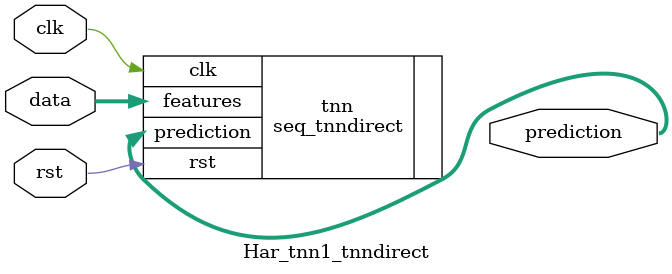
<source format=v>












module Har_tnn1_tnndirect #(

parameter FEAT_CNT = 12,
parameter HIDDEN_CNT = 40,
parameter FEAT_BITS = 4,
parameter CLASS_CNT = 6,
parameter TEST_CNT = 1000




  ) (
  input clk,
  input rst,
  input [FEAT_CNT*FEAT_BITS-1:0] data,
  output [$clog2(CLASS_CNT)-1:0] prediction
  );

  seq_tnndirect #(
      .FEAT_CNT(FEAT_CNT),.FEAT_BITS(FEAT_BITS),.HIDDEN_CNT(HIDDEN_CNT),.CLASS_CNT(CLASS_CNT),
  .SPARSE_VALS(480'b010010001001000100010000000011000000000000001010011000010010110010010010000011010010000000000110000100001011000100001001000001011001000010100000001000001010010001000100001001011010101011001000110010000100010000100000000011000000101100010000110101100001101000101000000100000001000100001001000000001010010011000101010010000011101011110000000010001100001100001000101000100011000000100000100101000110101000001100001111100101000111001000000000001100000000000000001100101010110101000010),
  .MASK(480'b111110011001100100010001001011100101010000111011111101010011110011011011100011111111111000111110000111111011001100001111100011011111101110100001001001011010010011011110101011011111101111001010111010010101011110110000001011001000111100010010110111101111101100101001101101000011111100001001110000101011010011001101111010101011101011110001110010001100001100111110111011101111010000101110101111111111101100001110001111100101111111001000101000111101100000010000001110101110111111011011),
  .NONZERO_CNT(640'h08040606080809080806080605070907070604060a0606060606080705070a050b0607070702070a),
  .SPARSE_VALS2(89'b10010110011111001000011111001110110110101011011001101110001000101101101100100001101100111),  // Bits of not-zeroes
  .COL_INDICES(712'h272623201d1b1a1712110d0b03002623201f1d19120e0c0b0805042622201f1d18151211100b04010021201b1a1918161512110d0a060100242322211f1d18161412100e0c0b0a06052422201e1c1a1918161411100e0d0a06), // Column of non-zeros
  .ROW_PTRS(56'h594b3e30211000) // Column of non-zeros // Start indices per row
      ) tnn (
    .clk(clk),
    .rst(rst),
    .features(data),
    .prediction(prediction)
  );

endmodule

</source>
